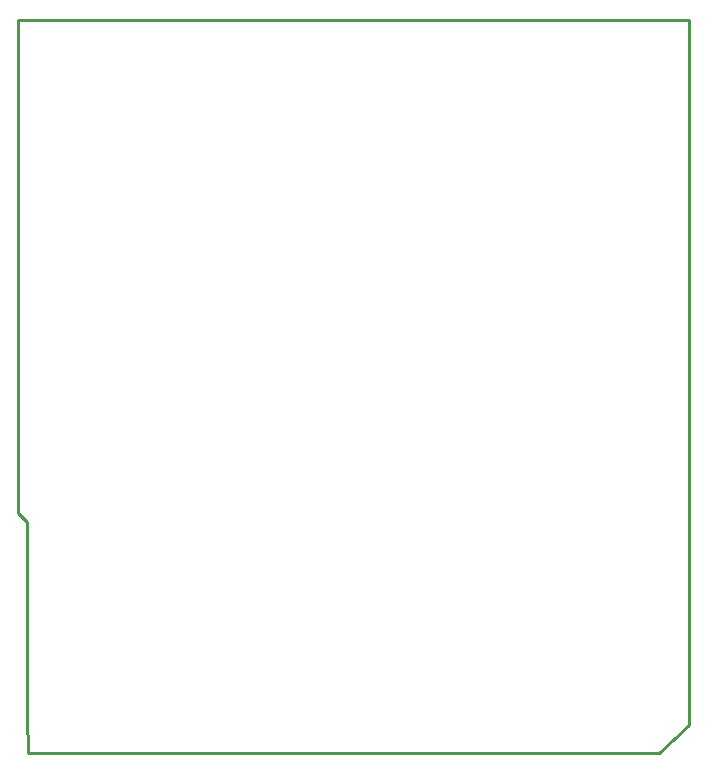
<source format=gko>
G04 Layer: BoardOutlineLayer*
G04 EasyEDA v6.5.22, 2023-01-18 22:18:13*
G04 b90e41fe8b0c41359a3314c958ec5ec0,7be1179030e74d40a97a3c751b95adb4,10*
G04 Gerber Generator version 0.2*
G04 Scale: 100 percent, Rotated: No, Reflected: No *
G04 Dimensions in inches *
G04 leading zeros omitted , absolute positions ,3 integer and 6 decimal *
%FSLAX36Y36*%
%MOIN*%

%ADD10C,0.0100*%
D10*
X585000Y2785000D02*
G01*
X585000Y4200000D01*
X2820000Y4200000D01*
X2820000Y1850000D01*
X2720000Y1755000D01*
X615599Y1755000D01*
X615000Y1880000D01*
X615000Y2525000D01*
X585000Y2555000D01*
X585000Y2785000D01*

%LPD*%
M02*

</source>
